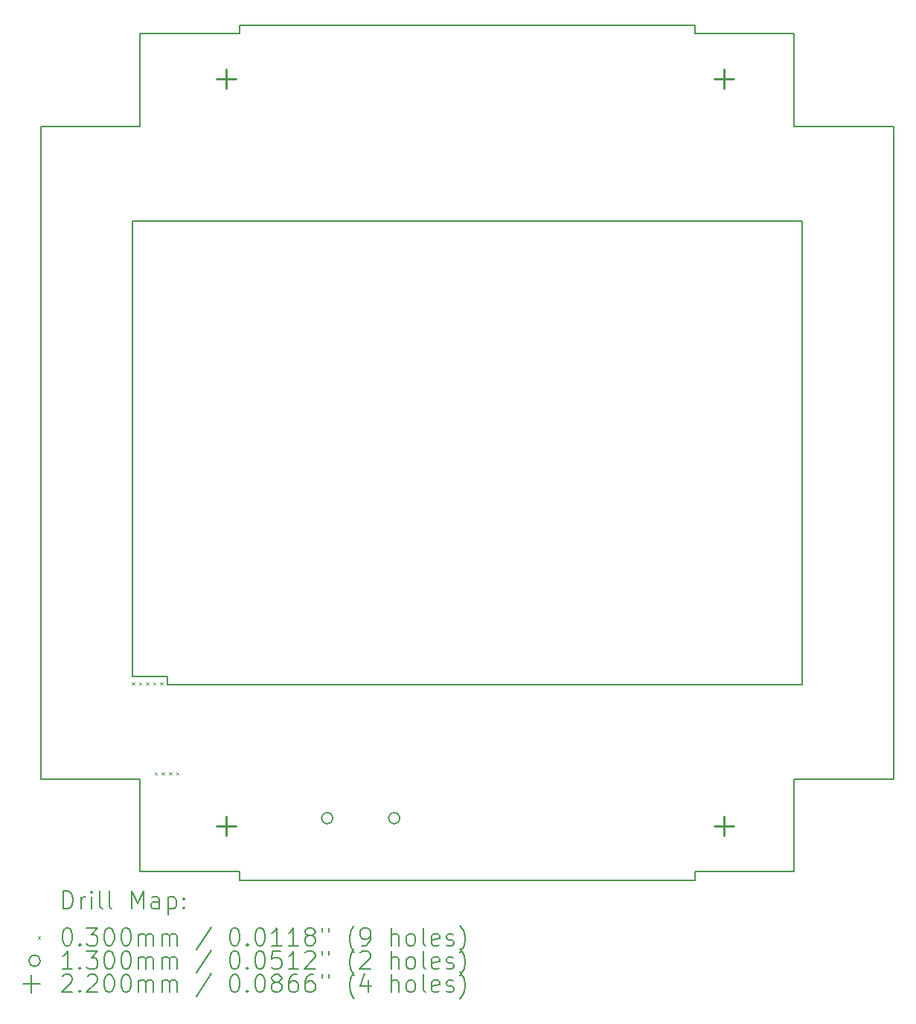
<source format=gbr>
%TF.GenerationSoftware,KiCad,Pcbnew,9.0.0*%
%TF.CreationDate,2025-03-21T19:29:52-07:00*%
%TF.ProjectId,Coil_Panel_Z,436f696c-5f50-4616-9e65-6c5f5a2e6b69,1.1*%
%TF.SameCoordinates,Original*%
%TF.FileFunction,Drillmap*%
%TF.FilePolarity,Positive*%
%FSLAX45Y45*%
G04 Gerber Fmt 4.5, Leading zero omitted, Abs format (unit mm)*
G04 Created by KiCad (PCBNEW 9.0.0) date 2025-03-21 19:29:52*
%MOMM*%
%LPD*%
G01*
G04 APERTURE LIST*
%ADD10C,0.200000*%
%ADD11C,0.100000*%
%ADD12C,0.130000*%
%ADD13C,0.220000*%
G04 APERTURE END LIST*
D10*
X8140714Y-6896206D02*
X7013314Y-6896206D01*
X14455314Y-5844646D02*
X14455314Y-5744646D01*
X15272324Y-13246794D02*
X8451253Y-13246794D01*
X15272324Y-13246794D02*
X15672324Y-13246794D01*
X9268114Y-5844646D02*
X8140714Y-5844646D01*
X8051860Y-8375770D02*
X8051860Y-7975770D01*
X8140714Y-5844646D02*
X8140714Y-6896206D01*
X14455114Y-15477526D02*
X14455114Y-15377526D01*
X8451861Y-7975770D02*
X15272324Y-7975770D01*
X15582714Y-6896206D02*
X15582714Y-5844646D01*
X14455314Y-5744646D02*
X9268114Y-5744646D01*
X8451253Y-13246794D02*
X8451253Y-13159900D01*
X9267914Y-15477526D02*
X14455114Y-15477526D01*
X9267914Y-15377526D02*
X9267914Y-15477526D01*
X14455114Y-15377526D02*
X15582514Y-15377526D01*
X8451253Y-13159900D02*
X8051253Y-13159900D01*
X8140514Y-14325966D02*
X8140514Y-15377526D01*
X15272324Y-7975770D02*
X15672324Y-7975770D01*
X7013314Y-6896206D02*
X7013114Y-14325966D01*
X9268114Y-5744646D02*
X9268114Y-5844646D01*
X15582514Y-15377526D02*
X15582514Y-14325966D01*
X15582714Y-5844646D02*
X14455314Y-5844646D01*
X8051253Y-12846794D02*
X8051860Y-8375770D01*
X16710114Y-6896206D02*
X15582714Y-6896206D01*
X8051253Y-13159900D02*
X8051253Y-12846794D01*
X15672324Y-7975770D02*
X15672324Y-13246794D01*
X16709914Y-14325966D02*
X16710114Y-6896206D01*
X8451861Y-7975770D02*
X8051860Y-7975770D01*
X7013114Y-14325966D02*
X8140514Y-14325966D01*
X15582514Y-14325966D02*
X16709914Y-14325966D01*
X8140514Y-15377526D02*
X9267914Y-15377526D01*
D11*
X8043400Y-13221400D02*
X8073400Y-13251400D01*
X8073400Y-13221400D02*
X8043400Y-13251400D01*
X8124400Y-13221400D02*
X8154400Y-13251400D01*
X8154400Y-13221400D02*
X8124400Y-13251400D01*
X8205400Y-13221400D02*
X8235400Y-13251400D01*
X8235400Y-13221400D02*
X8205400Y-13251400D01*
X8286400Y-13221400D02*
X8316400Y-13251400D01*
X8316400Y-13221400D02*
X8286400Y-13251400D01*
X8302400Y-14247400D02*
X8332400Y-14277400D01*
X8332400Y-14247400D02*
X8302400Y-14277400D01*
X8367400Y-13221400D02*
X8397400Y-13251400D01*
X8397400Y-13221400D02*
X8367400Y-13251400D01*
X8383400Y-14247400D02*
X8413400Y-14277400D01*
X8413400Y-14247400D02*
X8383400Y-14277400D01*
X8469400Y-14247400D02*
X8499400Y-14277400D01*
X8499400Y-14247400D02*
X8469400Y-14277400D01*
X8550400Y-14247400D02*
X8580400Y-14277400D01*
X8580400Y-14247400D02*
X8550400Y-14277400D01*
D12*
X10333400Y-14768400D02*
G75*
G02*
X10203400Y-14768400I-65000J0D01*
G01*
X10203400Y-14768400D02*
G75*
G02*
X10333400Y-14768400I65000J0D01*
G01*
X11095400Y-14768400D02*
G75*
G02*
X10965400Y-14768400I-65000J0D01*
G01*
X10965400Y-14768400D02*
G75*
G02*
X11095400Y-14768400I65000J0D01*
G01*
D13*
X9115114Y-6250329D02*
X9115114Y-6470329D01*
X9005114Y-6360329D02*
X9225114Y-6360329D01*
X9115114Y-14750329D02*
X9115114Y-14970329D01*
X9005114Y-14860329D02*
X9225114Y-14860329D01*
X14782514Y-6250329D02*
X14782514Y-6470329D01*
X14672514Y-6360329D02*
X14892514Y-6360329D01*
X14782514Y-14750329D02*
X14782514Y-14970329D01*
X14672514Y-14860329D02*
X14892514Y-14860329D01*
D10*
X7263891Y-15799010D02*
X7263891Y-15599010D01*
X7263891Y-15599010D02*
X7311510Y-15599010D01*
X7311510Y-15599010D02*
X7340081Y-15608533D01*
X7340081Y-15608533D02*
X7359129Y-15627581D01*
X7359129Y-15627581D02*
X7368653Y-15646629D01*
X7368653Y-15646629D02*
X7378177Y-15684724D01*
X7378177Y-15684724D02*
X7378177Y-15713295D01*
X7378177Y-15713295D02*
X7368653Y-15751390D01*
X7368653Y-15751390D02*
X7359129Y-15770438D01*
X7359129Y-15770438D02*
X7340081Y-15789486D01*
X7340081Y-15789486D02*
X7311510Y-15799010D01*
X7311510Y-15799010D02*
X7263891Y-15799010D01*
X7463891Y-15799010D02*
X7463891Y-15665676D01*
X7463891Y-15703771D02*
X7473415Y-15684724D01*
X7473415Y-15684724D02*
X7482939Y-15675200D01*
X7482939Y-15675200D02*
X7501986Y-15665676D01*
X7501986Y-15665676D02*
X7521034Y-15665676D01*
X7587700Y-15799010D02*
X7587700Y-15665676D01*
X7587700Y-15599010D02*
X7578177Y-15608533D01*
X7578177Y-15608533D02*
X7587700Y-15618057D01*
X7587700Y-15618057D02*
X7597224Y-15608533D01*
X7597224Y-15608533D02*
X7587700Y-15599010D01*
X7587700Y-15599010D02*
X7587700Y-15618057D01*
X7711510Y-15799010D02*
X7692462Y-15789486D01*
X7692462Y-15789486D02*
X7682939Y-15770438D01*
X7682939Y-15770438D02*
X7682939Y-15599010D01*
X7816272Y-15799010D02*
X7797224Y-15789486D01*
X7797224Y-15789486D02*
X7787700Y-15770438D01*
X7787700Y-15770438D02*
X7787700Y-15599010D01*
X8044843Y-15799010D02*
X8044843Y-15599010D01*
X8044843Y-15599010D02*
X8111510Y-15741867D01*
X8111510Y-15741867D02*
X8178177Y-15599010D01*
X8178177Y-15599010D02*
X8178177Y-15799010D01*
X8359129Y-15799010D02*
X8359129Y-15694248D01*
X8359129Y-15694248D02*
X8349605Y-15675200D01*
X8349605Y-15675200D02*
X8330558Y-15665676D01*
X8330558Y-15665676D02*
X8292462Y-15665676D01*
X8292462Y-15665676D02*
X8273415Y-15675200D01*
X8359129Y-15789486D02*
X8340081Y-15799010D01*
X8340081Y-15799010D02*
X8292462Y-15799010D01*
X8292462Y-15799010D02*
X8273415Y-15789486D01*
X8273415Y-15789486D02*
X8263891Y-15770438D01*
X8263891Y-15770438D02*
X8263891Y-15751390D01*
X8263891Y-15751390D02*
X8273415Y-15732343D01*
X8273415Y-15732343D02*
X8292462Y-15722819D01*
X8292462Y-15722819D02*
X8340081Y-15722819D01*
X8340081Y-15722819D02*
X8359129Y-15713295D01*
X8454367Y-15665676D02*
X8454367Y-15865676D01*
X8454367Y-15675200D02*
X8473415Y-15665676D01*
X8473415Y-15665676D02*
X8511510Y-15665676D01*
X8511510Y-15665676D02*
X8530558Y-15675200D01*
X8530558Y-15675200D02*
X8540082Y-15684724D01*
X8540082Y-15684724D02*
X8549605Y-15703771D01*
X8549605Y-15703771D02*
X8549605Y-15760914D01*
X8549605Y-15760914D02*
X8540082Y-15779962D01*
X8540082Y-15779962D02*
X8530558Y-15789486D01*
X8530558Y-15789486D02*
X8511510Y-15799010D01*
X8511510Y-15799010D02*
X8473415Y-15799010D01*
X8473415Y-15799010D02*
X8454367Y-15789486D01*
X8635320Y-15779962D02*
X8644843Y-15789486D01*
X8644843Y-15789486D02*
X8635320Y-15799010D01*
X8635320Y-15799010D02*
X8625796Y-15789486D01*
X8625796Y-15789486D02*
X8635320Y-15779962D01*
X8635320Y-15779962D02*
X8635320Y-15799010D01*
X8635320Y-15675200D02*
X8644843Y-15684724D01*
X8644843Y-15684724D02*
X8635320Y-15694248D01*
X8635320Y-15694248D02*
X8625796Y-15684724D01*
X8625796Y-15684724D02*
X8635320Y-15675200D01*
X8635320Y-15675200D02*
X8635320Y-15694248D01*
D11*
X6973114Y-16112526D02*
X7003114Y-16142526D01*
X7003114Y-16112526D02*
X6973114Y-16142526D01*
D10*
X7301986Y-16019010D02*
X7321034Y-16019010D01*
X7321034Y-16019010D02*
X7340081Y-16028533D01*
X7340081Y-16028533D02*
X7349605Y-16038057D01*
X7349605Y-16038057D02*
X7359129Y-16057105D01*
X7359129Y-16057105D02*
X7368653Y-16095200D01*
X7368653Y-16095200D02*
X7368653Y-16142819D01*
X7368653Y-16142819D02*
X7359129Y-16180914D01*
X7359129Y-16180914D02*
X7349605Y-16199962D01*
X7349605Y-16199962D02*
X7340081Y-16209486D01*
X7340081Y-16209486D02*
X7321034Y-16219010D01*
X7321034Y-16219010D02*
X7301986Y-16219010D01*
X7301986Y-16219010D02*
X7282939Y-16209486D01*
X7282939Y-16209486D02*
X7273415Y-16199962D01*
X7273415Y-16199962D02*
X7263891Y-16180914D01*
X7263891Y-16180914D02*
X7254367Y-16142819D01*
X7254367Y-16142819D02*
X7254367Y-16095200D01*
X7254367Y-16095200D02*
X7263891Y-16057105D01*
X7263891Y-16057105D02*
X7273415Y-16038057D01*
X7273415Y-16038057D02*
X7282939Y-16028533D01*
X7282939Y-16028533D02*
X7301986Y-16019010D01*
X7454367Y-16199962D02*
X7463891Y-16209486D01*
X7463891Y-16209486D02*
X7454367Y-16219010D01*
X7454367Y-16219010D02*
X7444843Y-16209486D01*
X7444843Y-16209486D02*
X7454367Y-16199962D01*
X7454367Y-16199962D02*
X7454367Y-16219010D01*
X7530558Y-16019010D02*
X7654367Y-16019010D01*
X7654367Y-16019010D02*
X7587700Y-16095200D01*
X7587700Y-16095200D02*
X7616272Y-16095200D01*
X7616272Y-16095200D02*
X7635320Y-16104724D01*
X7635320Y-16104724D02*
X7644843Y-16114248D01*
X7644843Y-16114248D02*
X7654367Y-16133295D01*
X7654367Y-16133295D02*
X7654367Y-16180914D01*
X7654367Y-16180914D02*
X7644843Y-16199962D01*
X7644843Y-16199962D02*
X7635320Y-16209486D01*
X7635320Y-16209486D02*
X7616272Y-16219010D01*
X7616272Y-16219010D02*
X7559129Y-16219010D01*
X7559129Y-16219010D02*
X7540081Y-16209486D01*
X7540081Y-16209486D02*
X7530558Y-16199962D01*
X7778177Y-16019010D02*
X7797224Y-16019010D01*
X7797224Y-16019010D02*
X7816272Y-16028533D01*
X7816272Y-16028533D02*
X7825796Y-16038057D01*
X7825796Y-16038057D02*
X7835320Y-16057105D01*
X7835320Y-16057105D02*
X7844843Y-16095200D01*
X7844843Y-16095200D02*
X7844843Y-16142819D01*
X7844843Y-16142819D02*
X7835320Y-16180914D01*
X7835320Y-16180914D02*
X7825796Y-16199962D01*
X7825796Y-16199962D02*
X7816272Y-16209486D01*
X7816272Y-16209486D02*
X7797224Y-16219010D01*
X7797224Y-16219010D02*
X7778177Y-16219010D01*
X7778177Y-16219010D02*
X7759129Y-16209486D01*
X7759129Y-16209486D02*
X7749605Y-16199962D01*
X7749605Y-16199962D02*
X7740081Y-16180914D01*
X7740081Y-16180914D02*
X7730558Y-16142819D01*
X7730558Y-16142819D02*
X7730558Y-16095200D01*
X7730558Y-16095200D02*
X7740081Y-16057105D01*
X7740081Y-16057105D02*
X7749605Y-16038057D01*
X7749605Y-16038057D02*
X7759129Y-16028533D01*
X7759129Y-16028533D02*
X7778177Y-16019010D01*
X7968653Y-16019010D02*
X7987701Y-16019010D01*
X7987701Y-16019010D02*
X8006748Y-16028533D01*
X8006748Y-16028533D02*
X8016272Y-16038057D01*
X8016272Y-16038057D02*
X8025796Y-16057105D01*
X8025796Y-16057105D02*
X8035320Y-16095200D01*
X8035320Y-16095200D02*
X8035320Y-16142819D01*
X8035320Y-16142819D02*
X8025796Y-16180914D01*
X8025796Y-16180914D02*
X8016272Y-16199962D01*
X8016272Y-16199962D02*
X8006748Y-16209486D01*
X8006748Y-16209486D02*
X7987701Y-16219010D01*
X7987701Y-16219010D02*
X7968653Y-16219010D01*
X7968653Y-16219010D02*
X7949605Y-16209486D01*
X7949605Y-16209486D02*
X7940081Y-16199962D01*
X7940081Y-16199962D02*
X7930558Y-16180914D01*
X7930558Y-16180914D02*
X7921034Y-16142819D01*
X7921034Y-16142819D02*
X7921034Y-16095200D01*
X7921034Y-16095200D02*
X7930558Y-16057105D01*
X7930558Y-16057105D02*
X7940081Y-16038057D01*
X7940081Y-16038057D02*
X7949605Y-16028533D01*
X7949605Y-16028533D02*
X7968653Y-16019010D01*
X8121034Y-16219010D02*
X8121034Y-16085676D01*
X8121034Y-16104724D02*
X8130558Y-16095200D01*
X8130558Y-16095200D02*
X8149605Y-16085676D01*
X8149605Y-16085676D02*
X8178177Y-16085676D01*
X8178177Y-16085676D02*
X8197224Y-16095200D01*
X8197224Y-16095200D02*
X8206748Y-16114248D01*
X8206748Y-16114248D02*
X8206748Y-16219010D01*
X8206748Y-16114248D02*
X8216272Y-16095200D01*
X8216272Y-16095200D02*
X8235320Y-16085676D01*
X8235320Y-16085676D02*
X8263891Y-16085676D01*
X8263891Y-16085676D02*
X8282939Y-16095200D01*
X8282939Y-16095200D02*
X8292462Y-16114248D01*
X8292462Y-16114248D02*
X8292462Y-16219010D01*
X8387701Y-16219010D02*
X8387701Y-16085676D01*
X8387701Y-16104724D02*
X8397224Y-16095200D01*
X8397224Y-16095200D02*
X8416272Y-16085676D01*
X8416272Y-16085676D02*
X8444844Y-16085676D01*
X8444844Y-16085676D02*
X8463891Y-16095200D01*
X8463891Y-16095200D02*
X8473415Y-16114248D01*
X8473415Y-16114248D02*
X8473415Y-16219010D01*
X8473415Y-16114248D02*
X8482939Y-16095200D01*
X8482939Y-16095200D02*
X8501986Y-16085676D01*
X8501986Y-16085676D02*
X8530558Y-16085676D01*
X8530558Y-16085676D02*
X8549605Y-16095200D01*
X8549605Y-16095200D02*
X8559129Y-16114248D01*
X8559129Y-16114248D02*
X8559129Y-16219010D01*
X8949605Y-16009486D02*
X8778177Y-16266629D01*
X9206748Y-16019010D02*
X9225796Y-16019010D01*
X9225796Y-16019010D02*
X9244844Y-16028533D01*
X9244844Y-16028533D02*
X9254367Y-16038057D01*
X9254367Y-16038057D02*
X9263891Y-16057105D01*
X9263891Y-16057105D02*
X9273415Y-16095200D01*
X9273415Y-16095200D02*
X9273415Y-16142819D01*
X9273415Y-16142819D02*
X9263891Y-16180914D01*
X9263891Y-16180914D02*
X9254367Y-16199962D01*
X9254367Y-16199962D02*
X9244844Y-16209486D01*
X9244844Y-16209486D02*
X9225796Y-16219010D01*
X9225796Y-16219010D02*
X9206748Y-16219010D01*
X9206748Y-16219010D02*
X9187701Y-16209486D01*
X9187701Y-16209486D02*
X9178177Y-16199962D01*
X9178177Y-16199962D02*
X9168653Y-16180914D01*
X9168653Y-16180914D02*
X9159129Y-16142819D01*
X9159129Y-16142819D02*
X9159129Y-16095200D01*
X9159129Y-16095200D02*
X9168653Y-16057105D01*
X9168653Y-16057105D02*
X9178177Y-16038057D01*
X9178177Y-16038057D02*
X9187701Y-16028533D01*
X9187701Y-16028533D02*
X9206748Y-16019010D01*
X9359129Y-16199962D02*
X9368653Y-16209486D01*
X9368653Y-16209486D02*
X9359129Y-16219010D01*
X9359129Y-16219010D02*
X9349606Y-16209486D01*
X9349606Y-16209486D02*
X9359129Y-16199962D01*
X9359129Y-16199962D02*
X9359129Y-16219010D01*
X9492463Y-16019010D02*
X9511510Y-16019010D01*
X9511510Y-16019010D02*
X9530558Y-16028533D01*
X9530558Y-16028533D02*
X9540082Y-16038057D01*
X9540082Y-16038057D02*
X9549606Y-16057105D01*
X9549606Y-16057105D02*
X9559129Y-16095200D01*
X9559129Y-16095200D02*
X9559129Y-16142819D01*
X9559129Y-16142819D02*
X9549606Y-16180914D01*
X9549606Y-16180914D02*
X9540082Y-16199962D01*
X9540082Y-16199962D02*
X9530558Y-16209486D01*
X9530558Y-16209486D02*
X9511510Y-16219010D01*
X9511510Y-16219010D02*
X9492463Y-16219010D01*
X9492463Y-16219010D02*
X9473415Y-16209486D01*
X9473415Y-16209486D02*
X9463891Y-16199962D01*
X9463891Y-16199962D02*
X9454367Y-16180914D01*
X9454367Y-16180914D02*
X9444844Y-16142819D01*
X9444844Y-16142819D02*
X9444844Y-16095200D01*
X9444844Y-16095200D02*
X9454367Y-16057105D01*
X9454367Y-16057105D02*
X9463891Y-16038057D01*
X9463891Y-16038057D02*
X9473415Y-16028533D01*
X9473415Y-16028533D02*
X9492463Y-16019010D01*
X9749606Y-16219010D02*
X9635320Y-16219010D01*
X9692463Y-16219010D02*
X9692463Y-16019010D01*
X9692463Y-16019010D02*
X9673415Y-16047581D01*
X9673415Y-16047581D02*
X9654367Y-16066629D01*
X9654367Y-16066629D02*
X9635320Y-16076152D01*
X9940082Y-16219010D02*
X9825796Y-16219010D01*
X9882939Y-16219010D02*
X9882939Y-16019010D01*
X9882939Y-16019010D02*
X9863891Y-16047581D01*
X9863891Y-16047581D02*
X9844844Y-16066629D01*
X9844844Y-16066629D02*
X9825796Y-16076152D01*
X10054367Y-16104724D02*
X10035320Y-16095200D01*
X10035320Y-16095200D02*
X10025796Y-16085676D01*
X10025796Y-16085676D02*
X10016272Y-16066629D01*
X10016272Y-16066629D02*
X10016272Y-16057105D01*
X10016272Y-16057105D02*
X10025796Y-16038057D01*
X10025796Y-16038057D02*
X10035320Y-16028533D01*
X10035320Y-16028533D02*
X10054367Y-16019010D01*
X10054367Y-16019010D02*
X10092463Y-16019010D01*
X10092463Y-16019010D02*
X10111510Y-16028533D01*
X10111510Y-16028533D02*
X10121034Y-16038057D01*
X10121034Y-16038057D02*
X10130558Y-16057105D01*
X10130558Y-16057105D02*
X10130558Y-16066629D01*
X10130558Y-16066629D02*
X10121034Y-16085676D01*
X10121034Y-16085676D02*
X10111510Y-16095200D01*
X10111510Y-16095200D02*
X10092463Y-16104724D01*
X10092463Y-16104724D02*
X10054367Y-16104724D01*
X10054367Y-16104724D02*
X10035320Y-16114248D01*
X10035320Y-16114248D02*
X10025796Y-16123771D01*
X10025796Y-16123771D02*
X10016272Y-16142819D01*
X10016272Y-16142819D02*
X10016272Y-16180914D01*
X10016272Y-16180914D02*
X10025796Y-16199962D01*
X10025796Y-16199962D02*
X10035320Y-16209486D01*
X10035320Y-16209486D02*
X10054367Y-16219010D01*
X10054367Y-16219010D02*
X10092463Y-16219010D01*
X10092463Y-16219010D02*
X10111510Y-16209486D01*
X10111510Y-16209486D02*
X10121034Y-16199962D01*
X10121034Y-16199962D02*
X10130558Y-16180914D01*
X10130558Y-16180914D02*
X10130558Y-16142819D01*
X10130558Y-16142819D02*
X10121034Y-16123771D01*
X10121034Y-16123771D02*
X10111510Y-16114248D01*
X10111510Y-16114248D02*
X10092463Y-16104724D01*
X10206748Y-16019010D02*
X10206748Y-16057105D01*
X10282939Y-16019010D02*
X10282939Y-16057105D01*
X10578177Y-16295200D02*
X10568653Y-16285676D01*
X10568653Y-16285676D02*
X10549606Y-16257105D01*
X10549606Y-16257105D02*
X10540082Y-16238057D01*
X10540082Y-16238057D02*
X10530558Y-16209486D01*
X10530558Y-16209486D02*
X10521034Y-16161867D01*
X10521034Y-16161867D02*
X10521034Y-16123771D01*
X10521034Y-16123771D02*
X10530558Y-16076152D01*
X10530558Y-16076152D02*
X10540082Y-16047581D01*
X10540082Y-16047581D02*
X10549606Y-16028533D01*
X10549606Y-16028533D02*
X10568653Y-15999962D01*
X10568653Y-15999962D02*
X10578177Y-15990438D01*
X10663891Y-16219010D02*
X10701987Y-16219010D01*
X10701987Y-16219010D02*
X10721034Y-16209486D01*
X10721034Y-16209486D02*
X10730558Y-16199962D01*
X10730558Y-16199962D02*
X10749606Y-16171390D01*
X10749606Y-16171390D02*
X10759129Y-16133295D01*
X10759129Y-16133295D02*
X10759129Y-16057105D01*
X10759129Y-16057105D02*
X10749606Y-16038057D01*
X10749606Y-16038057D02*
X10740082Y-16028533D01*
X10740082Y-16028533D02*
X10721034Y-16019010D01*
X10721034Y-16019010D02*
X10682939Y-16019010D01*
X10682939Y-16019010D02*
X10663891Y-16028533D01*
X10663891Y-16028533D02*
X10654368Y-16038057D01*
X10654368Y-16038057D02*
X10644844Y-16057105D01*
X10644844Y-16057105D02*
X10644844Y-16104724D01*
X10644844Y-16104724D02*
X10654368Y-16123771D01*
X10654368Y-16123771D02*
X10663891Y-16133295D01*
X10663891Y-16133295D02*
X10682939Y-16142819D01*
X10682939Y-16142819D02*
X10721034Y-16142819D01*
X10721034Y-16142819D02*
X10740082Y-16133295D01*
X10740082Y-16133295D02*
X10749606Y-16123771D01*
X10749606Y-16123771D02*
X10759129Y-16104724D01*
X10997225Y-16219010D02*
X10997225Y-16019010D01*
X11082939Y-16219010D02*
X11082939Y-16114248D01*
X11082939Y-16114248D02*
X11073415Y-16095200D01*
X11073415Y-16095200D02*
X11054368Y-16085676D01*
X11054368Y-16085676D02*
X11025796Y-16085676D01*
X11025796Y-16085676D02*
X11006749Y-16095200D01*
X11006749Y-16095200D02*
X10997225Y-16104724D01*
X11206748Y-16219010D02*
X11187701Y-16209486D01*
X11187701Y-16209486D02*
X11178177Y-16199962D01*
X11178177Y-16199962D02*
X11168653Y-16180914D01*
X11168653Y-16180914D02*
X11168653Y-16123771D01*
X11168653Y-16123771D02*
X11178177Y-16104724D01*
X11178177Y-16104724D02*
X11187701Y-16095200D01*
X11187701Y-16095200D02*
X11206748Y-16085676D01*
X11206748Y-16085676D02*
X11235320Y-16085676D01*
X11235320Y-16085676D02*
X11254368Y-16095200D01*
X11254368Y-16095200D02*
X11263891Y-16104724D01*
X11263891Y-16104724D02*
X11273415Y-16123771D01*
X11273415Y-16123771D02*
X11273415Y-16180914D01*
X11273415Y-16180914D02*
X11263891Y-16199962D01*
X11263891Y-16199962D02*
X11254368Y-16209486D01*
X11254368Y-16209486D02*
X11235320Y-16219010D01*
X11235320Y-16219010D02*
X11206748Y-16219010D01*
X11387701Y-16219010D02*
X11368653Y-16209486D01*
X11368653Y-16209486D02*
X11359129Y-16190438D01*
X11359129Y-16190438D02*
X11359129Y-16019010D01*
X11540082Y-16209486D02*
X11521034Y-16219010D01*
X11521034Y-16219010D02*
X11482939Y-16219010D01*
X11482939Y-16219010D02*
X11463891Y-16209486D01*
X11463891Y-16209486D02*
X11454368Y-16190438D01*
X11454368Y-16190438D02*
X11454368Y-16114248D01*
X11454368Y-16114248D02*
X11463891Y-16095200D01*
X11463891Y-16095200D02*
X11482939Y-16085676D01*
X11482939Y-16085676D02*
X11521034Y-16085676D01*
X11521034Y-16085676D02*
X11540082Y-16095200D01*
X11540082Y-16095200D02*
X11549606Y-16114248D01*
X11549606Y-16114248D02*
X11549606Y-16133295D01*
X11549606Y-16133295D02*
X11454368Y-16152343D01*
X11625796Y-16209486D02*
X11644844Y-16219010D01*
X11644844Y-16219010D02*
X11682939Y-16219010D01*
X11682939Y-16219010D02*
X11701987Y-16209486D01*
X11701987Y-16209486D02*
X11711510Y-16190438D01*
X11711510Y-16190438D02*
X11711510Y-16180914D01*
X11711510Y-16180914D02*
X11701987Y-16161867D01*
X11701987Y-16161867D02*
X11682939Y-16152343D01*
X11682939Y-16152343D02*
X11654368Y-16152343D01*
X11654368Y-16152343D02*
X11635320Y-16142819D01*
X11635320Y-16142819D02*
X11625796Y-16123771D01*
X11625796Y-16123771D02*
X11625796Y-16114248D01*
X11625796Y-16114248D02*
X11635320Y-16095200D01*
X11635320Y-16095200D02*
X11654368Y-16085676D01*
X11654368Y-16085676D02*
X11682939Y-16085676D01*
X11682939Y-16085676D02*
X11701987Y-16095200D01*
X11778177Y-16295200D02*
X11787701Y-16285676D01*
X11787701Y-16285676D02*
X11806749Y-16257105D01*
X11806749Y-16257105D02*
X11816272Y-16238057D01*
X11816272Y-16238057D02*
X11825796Y-16209486D01*
X11825796Y-16209486D02*
X11835320Y-16161867D01*
X11835320Y-16161867D02*
X11835320Y-16123771D01*
X11835320Y-16123771D02*
X11825796Y-16076152D01*
X11825796Y-16076152D02*
X11816272Y-16047581D01*
X11816272Y-16047581D02*
X11806749Y-16028533D01*
X11806749Y-16028533D02*
X11787701Y-15999962D01*
X11787701Y-15999962D02*
X11778177Y-15990438D01*
D12*
X7003114Y-16391526D02*
G75*
G02*
X6873114Y-16391526I-65000J0D01*
G01*
X6873114Y-16391526D02*
G75*
G02*
X7003114Y-16391526I65000J0D01*
G01*
D10*
X7368653Y-16483010D02*
X7254367Y-16483010D01*
X7311510Y-16483010D02*
X7311510Y-16283010D01*
X7311510Y-16283010D02*
X7292462Y-16311581D01*
X7292462Y-16311581D02*
X7273415Y-16330629D01*
X7273415Y-16330629D02*
X7254367Y-16340152D01*
X7454367Y-16463962D02*
X7463891Y-16473486D01*
X7463891Y-16473486D02*
X7454367Y-16483010D01*
X7454367Y-16483010D02*
X7444843Y-16473486D01*
X7444843Y-16473486D02*
X7454367Y-16463962D01*
X7454367Y-16463962D02*
X7454367Y-16483010D01*
X7530558Y-16283010D02*
X7654367Y-16283010D01*
X7654367Y-16283010D02*
X7587700Y-16359200D01*
X7587700Y-16359200D02*
X7616272Y-16359200D01*
X7616272Y-16359200D02*
X7635320Y-16368724D01*
X7635320Y-16368724D02*
X7644843Y-16378248D01*
X7644843Y-16378248D02*
X7654367Y-16397295D01*
X7654367Y-16397295D02*
X7654367Y-16444914D01*
X7654367Y-16444914D02*
X7644843Y-16463962D01*
X7644843Y-16463962D02*
X7635320Y-16473486D01*
X7635320Y-16473486D02*
X7616272Y-16483010D01*
X7616272Y-16483010D02*
X7559129Y-16483010D01*
X7559129Y-16483010D02*
X7540081Y-16473486D01*
X7540081Y-16473486D02*
X7530558Y-16463962D01*
X7778177Y-16283010D02*
X7797224Y-16283010D01*
X7797224Y-16283010D02*
X7816272Y-16292533D01*
X7816272Y-16292533D02*
X7825796Y-16302057D01*
X7825796Y-16302057D02*
X7835320Y-16321105D01*
X7835320Y-16321105D02*
X7844843Y-16359200D01*
X7844843Y-16359200D02*
X7844843Y-16406819D01*
X7844843Y-16406819D02*
X7835320Y-16444914D01*
X7835320Y-16444914D02*
X7825796Y-16463962D01*
X7825796Y-16463962D02*
X7816272Y-16473486D01*
X7816272Y-16473486D02*
X7797224Y-16483010D01*
X7797224Y-16483010D02*
X7778177Y-16483010D01*
X7778177Y-16483010D02*
X7759129Y-16473486D01*
X7759129Y-16473486D02*
X7749605Y-16463962D01*
X7749605Y-16463962D02*
X7740081Y-16444914D01*
X7740081Y-16444914D02*
X7730558Y-16406819D01*
X7730558Y-16406819D02*
X7730558Y-16359200D01*
X7730558Y-16359200D02*
X7740081Y-16321105D01*
X7740081Y-16321105D02*
X7749605Y-16302057D01*
X7749605Y-16302057D02*
X7759129Y-16292533D01*
X7759129Y-16292533D02*
X7778177Y-16283010D01*
X7968653Y-16283010D02*
X7987701Y-16283010D01*
X7987701Y-16283010D02*
X8006748Y-16292533D01*
X8006748Y-16292533D02*
X8016272Y-16302057D01*
X8016272Y-16302057D02*
X8025796Y-16321105D01*
X8025796Y-16321105D02*
X8035320Y-16359200D01*
X8035320Y-16359200D02*
X8035320Y-16406819D01*
X8035320Y-16406819D02*
X8025796Y-16444914D01*
X8025796Y-16444914D02*
X8016272Y-16463962D01*
X8016272Y-16463962D02*
X8006748Y-16473486D01*
X8006748Y-16473486D02*
X7987701Y-16483010D01*
X7987701Y-16483010D02*
X7968653Y-16483010D01*
X7968653Y-16483010D02*
X7949605Y-16473486D01*
X7949605Y-16473486D02*
X7940081Y-16463962D01*
X7940081Y-16463962D02*
X7930558Y-16444914D01*
X7930558Y-16444914D02*
X7921034Y-16406819D01*
X7921034Y-16406819D02*
X7921034Y-16359200D01*
X7921034Y-16359200D02*
X7930558Y-16321105D01*
X7930558Y-16321105D02*
X7940081Y-16302057D01*
X7940081Y-16302057D02*
X7949605Y-16292533D01*
X7949605Y-16292533D02*
X7968653Y-16283010D01*
X8121034Y-16483010D02*
X8121034Y-16349676D01*
X8121034Y-16368724D02*
X8130558Y-16359200D01*
X8130558Y-16359200D02*
X8149605Y-16349676D01*
X8149605Y-16349676D02*
X8178177Y-16349676D01*
X8178177Y-16349676D02*
X8197224Y-16359200D01*
X8197224Y-16359200D02*
X8206748Y-16378248D01*
X8206748Y-16378248D02*
X8206748Y-16483010D01*
X8206748Y-16378248D02*
X8216272Y-16359200D01*
X8216272Y-16359200D02*
X8235320Y-16349676D01*
X8235320Y-16349676D02*
X8263891Y-16349676D01*
X8263891Y-16349676D02*
X8282939Y-16359200D01*
X8282939Y-16359200D02*
X8292462Y-16378248D01*
X8292462Y-16378248D02*
X8292462Y-16483010D01*
X8387701Y-16483010D02*
X8387701Y-16349676D01*
X8387701Y-16368724D02*
X8397224Y-16359200D01*
X8397224Y-16359200D02*
X8416272Y-16349676D01*
X8416272Y-16349676D02*
X8444844Y-16349676D01*
X8444844Y-16349676D02*
X8463891Y-16359200D01*
X8463891Y-16359200D02*
X8473415Y-16378248D01*
X8473415Y-16378248D02*
X8473415Y-16483010D01*
X8473415Y-16378248D02*
X8482939Y-16359200D01*
X8482939Y-16359200D02*
X8501986Y-16349676D01*
X8501986Y-16349676D02*
X8530558Y-16349676D01*
X8530558Y-16349676D02*
X8549605Y-16359200D01*
X8549605Y-16359200D02*
X8559129Y-16378248D01*
X8559129Y-16378248D02*
X8559129Y-16483010D01*
X8949605Y-16273486D02*
X8778177Y-16530629D01*
X9206748Y-16283010D02*
X9225796Y-16283010D01*
X9225796Y-16283010D02*
X9244844Y-16292533D01*
X9244844Y-16292533D02*
X9254367Y-16302057D01*
X9254367Y-16302057D02*
X9263891Y-16321105D01*
X9263891Y-16321105D02*
X9273415Y-16359200D01*
X9273415Y-16359200D02*
X9273415Y-16406819D01*
X9273415Y-16406819D02*
X9263891Y-16444914D01*
X9263891Y-16444914D02*
X9254367Y-16463962D01*
X9254367Y-16463962D02*
X9244844Y-16473486D01*
X9244844Y-16473486D02*
X9225796Y-16483010D01*
X9225796Y-16483010D02*
X9206748Y-16483010D01*
X9206748Y-16483010D02*
X9187701Y-16473486D01*
X9187701Y-16473486D02*
X9178177Y-16463962D01*
X9178177Y-16463962D02*
X9168653Y-16444914D01*
X9168653Y-16444914D02*
X9159129Y-16406819D01*
X9159129Y-16406819D02*
X9159129Y-16359200D01*
X9159129Y-16359200D02*
X9168653Y-16321105D01*
X9168653Y-16321105D02*
X9178177Y-16302057D01*
X9178177Y-16302057D02*
X9187701Y-16292533D01*
X9187701Y-16292533D02*
X9206748Y-16283010D01*
X9359129Y-16463962D02*
X9368653Y-16473486D01*
X9368653Y-16473486D02*
X9359129Y-16483010D01*
X9359129Y-16483010D02*
X9349606Y-16473486D01*
X9349606Y-16473486D02*
X9359129Y-16463962D01*
X9359129Y-16463962D02*
X9359129Y-16483010D01*
X9492463Y-16283010D02*
X9511510Y-16283010D01*
X9511510Y-16283010D02*
X9530558Y-16292533D01*
X9530558Y-16292533D02*
X9540082Y-16302057D01*
X9540082Y-16302057D02*
X9549606Y-16321105D01*
X9549606Y-16321105D02*
X9559129Y-16359200D01*
X9559129Y-16359200D02*
X9559129Y-16406819D01*
X9559129Y-16406819D02*
X9549606Y-16444914D01*
X9549606Y-16444914D02*
X9540082Y-16463962D01*
X9540082Y-16463962D02*
X9530558Y-16473486D01*
X9530558Y-16473486D02*
X9511510Y-16483010D01*
X9511510Y-16483010D02*
X9492463Y-16483010D01*
X9492463Y-16483010D02*
X9473415Y-16473486D01*
X9473415Y-16473486D02*
X9463891Y-16463962D01*
X9463891Y-16463962D02*
X9454367Y-16444914D01*
X9454367Y-16444914D02*
X9444844Y-16406819D01*
X9444844Y-16406819D02*
X9444844Y-16359200D01*
X9444844Y-16359200D02*
X9454367Y-16321105D01*
X9454367Y-16321105D02*
X9463891Y-16302057D01*
X9463891Y-16302057D02*
X9473415Y-16292533D01*
X9473415Y-16292533D02*
X9492463Y-16283010D01*
X9740082Y-16283010D02*
X9644844Y-16283010D01*
X9644844Y-16283010D02*
X9635320Y-16378248D01*
X9635320Y-16378248D02*
X9644844Y-16368724D01*
X9644844Y-16368724D02*
X9663891Y-16359200D01*
X9663891Y-16359200D02*
X9711510Y-16359200D01*
X9711510Y-16359200D02*
X9730558Y-16368724D01*
X9730558Y-16368724D02*
X9740082Y-16378248D01*
X9740082Y-16378248D02*
X9749606Y-16397295D01*
X9749606Y-16397295D02*
X9749606Y-16444914D01*
X9749606Y-16444914D02*
X9740082Y-16463962D01*
X9740082Y-16463962D02*
X9730558Y-16473486D01*
X9730558Y-16473486D02*
X9711510Y-16483010D01*
X9711510Y-16483010D02*
X9663891Y-16483010D01*
X9663891Y-16483010D02*
X9644844Y-16473486D01*
X9644844Y-16473486D02*
X9635320Y-16463962D01*
X9940082Y-16483010D02*
X9825796Y-16483010D01*
X9882939Y-16483010D02*
X9882939Y-16283010D01*
X9882939Y-16283010D02*
X9863891Y-16311581D01*
X9863891Y-16311581D02*
X9844844Y-16330629D01*
X9844844Y-16330629D02*
X9825796Y-16340152D01*
X10016272Y-16302057D02*
X10025796Y-16292533D01*
X10025796Y-16292533D02*
X10044844Y-16283010D01*
X10044844Y-16283010D02*
X10092463Y-16283010D01*
X10092463Y-16283010D02*
X10111510Y-16292533D01*
X10111510Y-16292533D02*
X10121034Y-16302057D01*
X10121034Y-16302057D02*
X10130558Y-16321105D01*
X10130558Y-16321105D02*
X10130558Y-16340152D01*
X10130558Y-16340152D02*
X10121034Y-16368724D01*
X10121034Y-16368724D02*
X10006748Y-16483010D01*
X10006748Y-16483010D02*
X10130558Y-16483010D01*
X10206748Y-16283010D02*
X10206748Y-16321105D01*
X10282939Y-16283010D02*
X10282939Y-16321105D01*
X10578177Y-16559200D02*
X10568653Y-16549676D01*
X10568653Y-16549676D02*
X10549606Y-16521105D01*
X10549606Y-16521105D02*
X10540082Y-16502057D01*
X10540082Y-16502057D02*
X10530558Y-16473486D01*
X10530558Y-16473486D02*
X10521034Y-16425867D01*
X10521034Y-16425867D02*
X10521034Y-16387771D01*
X10521034Y-16387771D02*
X10530558Y-16340152D01*
X10530558Y-16340152D02*
X10540082Y-16311581D01*
X10540082Y-16311581D02*
X10549606Y-16292533D01*
X10549606Y-16292533D02*
X10568653Y-16263962D01*
X10568653Y-16263962D02*
X10578177Y-16254438D01*
X10644844Y-16302057D02*
X10654368Y-16292533D01*
X10654368Y-16292533D02*
X10673415Y-16283010D01*
X10673415Y-16283010D02*
X10721034Y-16283010D01*
X10721034Y-16283010D02*
X10740082Y-16292533D01*
X10740082Y-16292533D02*
X10749606Y-16302057D01*
X10749606Y-16302057D02*
X10759129Y-16321105D01*
X10759129Y-16321105D02*
X10759129Y-16340152D01*
X10759129Y-16340152D02*
X10749606Y-16368724D01*
X10749606Y-16368724D02*
X10635320Y-16483010D01*
X10635320Y-16483010D02*
X10759129Y-16483010D01*
X10997225Y-16483010D02*
X10997225Y-16283010D01*
X11082939Y-16483010D02*
X11082939Y-16378248D01*
X11082939Y-16378248D02*
X11073415Y-16359200D01*
X11073415Y-16359200D02*
X11054368Y-16349676D01*
X11054368Y-16349676D02*
X11025796Y-16349676D01*
X11025796Y-16349676D02*
X11006749Y-16359200D01*
X11006749Y-16359200D02*
X10997225Y-16368724D01*
X11206748Y-16483010D02*
X11187701Y-16473486D01*
X11187701Y-16473486D02*
X11178177Y-16463962D01*
X11178177Y-16463962D02*
X11168653Y-16444914D01*
X11168653Y-16444914D02*
X11168653Y-16387771D01*
X11168653Y-16387771D02*
X11178177Y-16368724D01*
X11178177Y-16368724D02*
X11187701Y-16359200D01*
X11187701Y-16359200D02*
X11206748Y-16349676D01*
X11206748Y-16349676D02*
X11235320Y-16349676D01*
X11235320Y-16349676D02*
X11254368Y-16359200D01*
X11254368Y-16359200D02*
X11263891Y-16368724D01*
X11263891Y-16368724D02*
X11273415Y-16387771D01*
X11273415Y-16387771D02*
X11273415Y-16444914D01*
X11273415Y-16444914D02*
X11263891Y-16463962D01*
X11263891Y-16463962D02*
X11254368Y-16473486D01*
X11254368Y-16473486D02*
X11235320Y-16483010D01*
X11235320Y-16483010D02*
X11206748Y-16483010D01*
X11387701Y-16483010D02*
X11368653Y-16473486D01*
X11368653Y-16473486D02*
X11359129Y-16454438D01*
X11359129Y-16454438D02*
X11359129Y-16283010D01*
X11540082Y-16473486D02*
X11521034Y-16483010D01*
X11521034Y-16483010D02*
X11482939Y-16483010D01*
X11482939Y-16483010D02*
X11463891Y-16473486D01*
X11463891Y-16473486D02*
X11454368Y-16454438D01*
X11454368Y-16454438D02*
X11454368Y-16378248D01*
X11454368Y-16378248D02*
X11463891Y-16359200D01*
X11463891Y-16359200D02*
X11482939Y-16349676D01*
X11482939Y-16349676D02*
X11521034Y-16349676D01*
X11521034Y-16349676D02*
X11540082Y-16359200D01*
X11540082Y-16359200D02*
X11549606Y-16378248D01*
X11549606Y-16378248D02*
X11549606Y-16397295D01*
X11549606Y-16397295D02*
X11454368Y-16416343D01*
X11625796Y-16473486D02*
X11644844Y-16483010D01*
X11644844Y-16483010D02*
X11682939Y-16483010D01*
X11682939Y-16483010D02*
X11701987Y-16473486D01*
X11701987Y-16473486D02*
X11711510Y-16454438D01*
X11711510Y-16454438D02*
X11711510Y-16444914D01*
X11711510Y-16444914D02*
X11701987Y-16425867D01*
X11701987Y-16425867D02*
X11682939Y-16416343D01*
X11682939Y-16416343D02*
X11654368Y-16416343D01*
X11654368Y-16416343D02*
X11635320Y-16406819D01*
X11635320Y-16406819D02*
X11625796Y-16387771D01*
X11625796Y-16387771D02*
X11625796Y-16378248D01*
X11625796Y-16378248D02*
X11635320Y-16359200D01*
X11635320Y-16359200D02*
X11654368Y-16349676D01*
X11654368Y-16349676D02*
X11682939Y-16349676D01*
X11682939Y-16349676D02*
X11701987Y-16359200D01*
X11778177Y-16559200D02*
X11787701Y-16549676D01*
X11787701Y-16549676D02*
X11806749Y-16521105D01*
X11806749Y-16521105D02*
X11816272Y-16502057D01*
X11816272Y-16502057D02*
X11825796Y-16473486D01*
X11825796Y-16473486D02*
X11835320Y-16425867D01*
X11835320Y-16425867D02*
X11835320Y-16387771D01*
X11835320Y-16387771D02*
X11825796Y-16340152D01*
X11825796Y-16340152D02*
X11816272Y-16311581D01*
X11816272Y-16311581D02*
X11806749Y-16292533D01*
X11806749Y-16292533D02*
X11787701Y-16263962D01*
X11787701Y-16263962D02*
X11778177Y-16254438D01*
X6903114Y-16555526D02*
X6903114Y-16755526D01*
X6803114Y-16655526D02*
X7003114Y-16655526D01*
X7254367Y-16566057D02*
X7263891Y-16556533D01*
X7263891Y-16556533D02*
X7282939Y-16547010D01*
X7282939Y-16547010D02*
X7330558Y-16547010D01*
X7330558Y-16547010D02*
X7349605Y-16556533D01*
X7349605Y-16556533D02*
X7359129Y-16566057D01*
X7359129Y-16566057D02*
X7368653Y-16585105D01*
X7368653Y-16585105D02*
X7368653Y-16604152D01*
X7368653Y-16604152D02*
X7359129Y-16632724D01*
X7359129Y-16632724D02*
X7244843Y-16747010D01*
X7244843Y-16747010D02*
X7368653Y-16747010D01*
X7454367Y-16727962D02*
X7463891Y-16737486D01*
X7463891Y-16737486D02*
X7454367Y-16747010D01*
X7454367Y-16747010D02*
X7444843Y-16737486D01*
X7444843Y-16737486D02*
X7454367Y-16727962D01*
X7454367Y-16727962D02*
X7454367Y-16747010D01*
X7540081Y-16566057D02*
X7549605Y-16556533D01*
X7549605Y-16556533D02*
X7568653Y-16547010D01*
X7568653Y-16547010D02*
X7616272Y-16547010D01*
X7616272Y-16547010D02*
X7635320Y-16556533D01*
X7635320Y-16556533D02*
X7644843Y-16566057D01*
X7644843Y-16566057D02*
X7654367Y-16585105D01*
X7654367Y-16585105D02*
X7654367Y-16604152D01*
X7654367Y-16604152D02*
X7644843Y-16632724D01*
X7644843Y-16632724D02*
X7530558Y-16747010D01*
X7530558Y-16747010D02*
X7654367Y-16747010D01*
X7778177Y-16547010D02*
X7797224Y-16547010D01*
X7797224Y-16547010D02*
X7816272Y-16556533D01*
X7816272Y-16556533D02*
X7825796Y-16566057D01*
X7825796Y-16566057D02*
X7835320Y-16585105D01*
X7835320Y-16585105D02*
X7844843Y-16623200D01*
X7844843Y-16623200D02*
X7844843Y-16670819D01*
X7844843Y-16670819D02*
X7835320Y-16708914D01*
X7835320Y-16708914D02*
X7825796Y-16727962D01*
X7825796Y-16727962D02*
X7816272Y-16737486D01*
X7816272Y-16737486D02*
X7797224Y-16747010D01*
X7797224Y-16747010D02*
X7778177Y-16747010D01*
X7778177Y-16747010D02*
X7759129Y-16737486D01*
X7759129Y-16737486D02*
X7749605Y-16727962D01*
X7749605Y-16727962D02*
X7740081Y-16708914D01*
X7740081Y-16708914D02*
X7730558Y-16670819D01*
X7730558Y-16670819D02*
X7730558Y-16623200D01*
X7730558Y-16623200D02*
X7740081Y-16585105D01*
X7740081Y-16585105D02*
X7749605Y-16566057D01*
X7749605Y-16566057D02*
X7759129Y-16556533D01*
X7759129Y-16556533D02*
X7778177Y-16547010D01*
X7968653Y-16547010D02*
X7987701Y-16547010D01*
X7987701Y-16547010D02*
X8006748Y-16556533D01*
X8006748Y-16556533D02*
X8016272Y-16566057D01*
X8016272Y-16566057D02*
X8025796Y-16585105D01*
X8025796Y-16585105D02*
X8035320Y-16623200D01*
X8035320Y-16623200D02*
X8035320Y-16670819D01*
X8035320Y-16670819D02*
X8025796Y-16708914D01*
X8025796Y-16708914D02*
X8016272Y-16727962D01*
X8016272Y-16727962D02*
X8006748Y-16737486D01*
X8006748Y-16737486D02*
X7987701Y-16747010D01*
X7987701Y-16747010D02*
X7968653Y-16747010D01*
X7968653Y-16747010D02*
X7949605Y-16737486D01*
X7949605Y-16737486D02*
X7940081Y-16727962D01*
X7940081Y-16727962D02*
X7930558Y-16708914D01*
X7930558Y-16708914D02*
X7921034Y-16670819D01*
X7921034Y-16670819D02*
X7921034Y-16623200D01*
X7921034Y-16623200D02*
X7930558Y-16585105D01*
X7930558Y-16585105D02*
X7940081Y-16566057D01*
X7940081Y-16566057D02*
X7949605Y-16556533D01*
X7949605Y-16556533D02*
X7968653Y-16547010D01*
X8121034Y-16747010D02*
X8121034Y-16613676D01*
X8121034Y-16632724D02*
X8130558Y-16623200D01*
X8130558Y-16623200D02*
X8149605Y-16613676D01*
X8149605Y-16613676D02*
X8178177Y-16613676D01*
X8178177Y-16613676D02*
X8197224Y-16623200D01*
X8197224Y-16623200D02*
X8206748Y-16642248D01*
X8206748Y-16642248D02*
X8206748Y-16747010D01*
X8206748Y-16642248D02*
X8216272Y-16623200D01*
X8216272Y-16623200D02*
X8235320Y-16613676D01*
X8235320Y-16613676D02*
X8263891Y-16613676D01*
X8263891Y-16613676D02*
X8282939Y-16623200D01*
X8282939Y-16623200D02*
X8292462Y-16642248D01*
X8292462Y-16642248D02*
X8292462Y-16747010D01*
X8387701Y-16747010D02*
X8387701Y-16613676D01*
X8387701Y-16632724D02*
X8397224Y-16623200D01*
X8397224Y-16623200D02*
X8416272Y-16613676D01*
X8416272Y-16613676D02*
X8444844Y-16613676D01*
X8444844Y-16613676D02*
X8463891Y-16623200D01*
X8463891Y-16623200D02*
X8473415Y-16642248D01*
X8473415Y-16642248D02*
X8473415Y-16747010D01*
X8473415Y-16642248D02*
X8482939Y-16623200D01*
X8482939Y-16623200D02*
X8501986Y-16613676D01*
X8501986Y-16613676D02*
X8530558Y-16613676D01*
X8530558Y-16613676D02*
X8549605Y-16623200D01*
X8549605Y-16623200D02*
X8559129Y-16642248D01*
X8559129Y-16642248D02*
X8559129Y-16747010D01*
X8949605Y-16537486D02*
X8778177Y-16794629D01*
X9206748Y-16547010D02*
X9225796Y-16547010D01*
X9225796Y-16547010D02*
X9244844Y-16556533D01*
X9244844Y-16556533D02*
X9254367Y-16566057D01*
X9254367Y-16566057D02*
X9263891Y-16585105D01*
X9263891Y-16585105D02*
X9273415Y-16623200D01*
X9273415Y-16623200D02*
X9273415Y-16670819D01*
X9273415Y-16670819D02*
X9263891Y-16708914D01*
X9263891Y-16708914D02*
X9254367Y-16727962D01*
X9254367Y-16727962D02*
X9244844Y-16737486D01*
X9244844Y-16737486D02*
X9225796Y-16747010D01*
X9225796Y-16747010D02*
X9206748Y-16747010D01*
X9206748Y-16747010D02*
X9187701Y-16737486D01*
X9187701Y-16737486D02*
X9178177Y-16727962D01*
X9178177Y-16727962D02*
X9168653Y-16708914D01*
X9168653Y-16708914D02*
X9159129Y-16670819D01*
X9159129Y-16670819D02*
X9159129Y-16623200D01*
X9159129Y-16623200D02*
X9168653Y-16585105D01*
X9168653Y-16585105D02*
X9178177Y-16566057D01*
X9178177Y-16566057D02*
X9187701Y-16556533D01*
X9187701Y-16556533D02*
X9206748Y-16547010D01*
X9359129Y-16727962D02*
X9368653Y-16737486D01*
X9368653Y-16737486D02*
X9359129Y-16747010D01*
X9359129Y-16747010D02*
X9349606Y-16737486D01*
X9349606Y-16737486D02*
X9359129Y-16727962D01*
X9359129Y-16727962D02*
X9359129Y-16747010D01*
X9492463Y-16547010D02*
X9511510Y-16547010D01*
X9511510Y-16547010D02*
X9530558Y-16556533D01*
X9530558Y-16556533D02*
X9540082Y-16566057D01*
X9540082Y-16566057D02*
X9549606Y-16585105D01*
X9549606Y-16585105D02*
X9559129Y-16623200D01*
X9559129Y-16623200D02*
X9559129Y-16670819D01*
X9559129Y-16670819D02*
X9549606Y-16708914D01*
X9549606Y-16708914D02*
X9540082Y-16727962D01*
X9540082Y-16727962D02*
X9530558Y-16737486D01*
X9530558Y-16737486D02*
X9511510Y-16747010D01*
X9511510Y-16747010D02*
X9492463Y-16747010D01*
X9492463Y-16747010D02*
X9473415Y-16737486D01*
X9473415Y-16737486D02*
X9463891Y-16727962D01*
X9463891Y-16727962D02*
X9454367Y-16708914D01*
X9454367Y-16708914D02*
X9444844Y-16670819D01*
X9444844Y-16670819D02*
X9444844Y-16623200D01*
X9444844Y-16623200D02*
X9454367Y-16585105D01*
X9454367Y-16585105D02*
X9463891Y-16566057D01*
X9463891Y-16566057D02*
X9473415Y-16556533D01*
X9473415Y-16556533D02*
X9492463Y-16547010D01*
X9673415Y-16632724D02*
X9654367Y-16623200D01*
X9654367Y-16623200D02*
X9644844Y-16613676D01*
X9644844Y-16613676D02*
X9635320Y-16594629D01*
X9635320Y-16594629D02*
X9635320Y-16585105D01*
X9635320Y-16585105D02*
X9644844Y-16566057D01*
X9644844Y-16566057D02*
X9654367Y-16556533D01*
X9654367Y-16556533D02*
X9673415Y-16547010D01*
X9673415Y-16547010D02*
X9711510Y-16547010D01*
X9711510Y-16547010D02*
X9730558Y-16556533D01*
X9730558Y-16556533D02*
X9740082Y-16566057D01*
X9740082Y-16566057D02*
X9749606Y-16585105D01*
X9749606Y-16585105D02*
X9749606Y-16594629D01*
X9749606Y-16594629D02*
X9740082Y-16613676D01*
X9740082Y-16613676D02*
X9730558Y-16623200D01*
X9730558Y-16623200D02*
X9711510Y-16632724D01*
X9711510Y-16632724D02*
X9673415Y-16632724D01*
X9673415Y-16632724D02*
X9654367Y-16642248D01*
X9654367Y-16642248D02*
X9644844Y-16651771D01*
X9644844Y-16651771D02*
X9635320Y-16670819D01*
X9635320Y-16670819D02*
X9635320Y-16708914D01*
X9635320Y-16708914D02*
X9644844Y-16727962D01*
X9644844Y-16727962D02*
X9654367Y-16737486D01*
X9654367Y-16737486D02*
X9673415Y-16747010D01*
X9673415Y-16747010D02*
X9711510Y-16747010D01*
X9711510Y-16747010D02*
X9730558Y-16737486D01*
X9730558Y-16737486D02*
X9740082Y-16727962D01*
X9740082Y-16727962D02*
X9749606Y-16708914D01*
X9749606Y-16708914D02*
X9749606Y-16670819D01*
X9749606Y-16670819D02*
X9740082Y-16651771D01*
X9740082Y-16651771D02*
X9730558Y-16642248D01*
X9730558Y-16642248D02*
X9711510Y-16632724D01*
X9921034Y-16547010D02*
X9882939Y-16547010D01*
X9882939Y-16547010D02*
X9863891Y-16556533D01*
X9863891Y-16556533D02*
X9854367Y-16566057D01*
X9854367Y-16566057D02*
X9835320Y-16594629D01*
X9835320Y-16594629D02*
X9825796Y-16632724D01*
X9825796Y-16632724D02*
X9825796Y-16708914D01*
X9825796Y-16708914D02*
X9835320Y-16727962D01*
X9835320Y-16727962D02*
X9844844Y-16737486D01*
X9844844Y-16737486D02*
X9863891Y-16747010D01*
X9863891Y-16747010D02*
X9901987Y-16747010D01*
X9901987Y-16747010D02*
X9921034Y-16737486D01*
X9921034Y-16737486D02*
X9930558Y-16727962D01*
X9930558Y-16727962D02*
X9940082Y-16708914D01*
X9940082Y-16708914D02*
X9940082Y-16661295D01*
X9940082Y-16661295D02*
X9930558Y-16642248D01*
X9930558Y-16642248D02*
X9921034Y-16632724D01*
X9921034Y-16632724D02*
X9901987Y-16623200D01*
X9901987Y-16623200D02*
X9863891Y-16623200D01*
X9863891Y-16623200D02*
X9844844Y-16632724D01*
X9844844Y-16632724D02*
X9835320Y-16642248D01*
X9835320Y-16642248D02*
X9825796Y-16661295D01*
X10111510Y-16547010D02*
X10073415Y-16547010D01*
X10073415Y-16547010D02*
X10054367Y-16556533D01*
X10054367Y-16556533D02*
X10044844Y-16566057D01*
X10044844Y-16566057D02*
X10025796Y-16594629D01*
X10025796Y-16594629D02*
X10016272Y-16632724D01*
X10016272Y-16632724D02*
X10016272Y-16708914D01*
X10016272Y-16708914D02*
X10025796Y-16727962D01*
X10025796Y-16727962D02*
X10035320Y-16737486D01*
X10035320Y-16737486D02*
X10054367Y-16747010D01*
X10054367Y-16747010D02*
X10092463Y-16747010D01*
X10092463Y-16747010D02*
X10111510Y-16737486D01*
X10111510Y-16737486D02*
X10121034Y-16727962D01*
X10121034Y-16727962D02*
X10130558Y-16708914D01*
X10130558Y-16708914D02*
X10130558Y-16661295D01*
X10130558Y-16661295D02*
X10121034Y-16642248D01*
X10121034Y-16642248D02*
X10111510Y-16632724D01*
X10111510Y-16632724D02*
X10092463Y-16623200D01*
X10092463Y-16623200D02*
X10054367Y-16623200D01*
X10054367Y-16623200D02*
X10035320Y-16632724D01*
X10035320Y-16632724D02*
X10025796Y-16642248D01*
X10025796Y-16642248D02*
X10016272Y-16661295D01*
X10206748Y-16547010D02*
X10206748Y-16585105D01*
X10282939Y-16547010D02*
X10282939Y-16585105D01*
X10578177Y-16823200D02*
X10568653Y-16813676D01*
X10568653Y-16813676D02*
X10549606Y-16785105D01*
X10549606Y-16785105D02*
X10540082Y-16766057D01*
X10540082Y-16766057D02*
X10530558Y-16737486D01*
X10530558Y-16737486D02*
X10521034Y-16689867D01*
X10521034Y-16689867D02*
X10521034Y-16651771D01*
X10521034Y-16651771D02*
X10530558Y-16604152D01*
X10530558Y-16604152D02*
X10540082Y-16575581D01*
X10540082Y-16575581D02*
X10549606Y-16556533D01*
X10549606Y-16556533D02*
X10568653Y-16527962D01*
X10568653Y-16527962D02*
X10578177Y-16518438D01*
X10740082Y-16613676D02*
X10740082Y-16747010D01*
X10692463Y-16537486D02*
X10644844Y-16680343D01*
X10644844Y-16680343D02*
X10768653Y-16680343D01*
X10997225Y-16747010D02*
X10997225Y-16547010D01*
X11082939Y-16747010D02*
X11082939Y-16642248D01*
X11082939Y-16642248D02*
X11073415Y-16623200D01*
X11073415Y-16623200D02*
X11054368Y-16613676D01*
X11054368Y-16613676D02*
X11025796Y-16613676D01*
X11025796Y-16613676D02*
X11006749Y-16623200D01*
X11006749Y-16623200D02*
X10997225Y-16632724D01*
X11206748Y-16747010D02*
X11187701Y-16737486D01*
X11187701Y-16737486D02*
X11178177Y-16727962D01*
X11178177Y-16727962D02*
X11168653Y-16708914D01*
X11168653Y-16708914D02*
X11168653Y-16651771D01*
X11168653Y-16651771D02*
X11178177Y-16632724D01*
X11178177Y-16632724D02*
X11187701Y-16623200D01*
X11187701Y-16623200D02*
X11206748Y-16613676D01*
X11206748Y-16613676D02*
X11235320Y-16613676D01*
X11235320Y-16613676D02*
X11254368Y-16623200D01*
X11254368Y-16623200D02*
X11263891Y-16632724D01*
X11263891Y-16632724D02*
X11273415Y-16651771D01*
X11273415Y-16651771D02*
X11273415Y-16708914D01*
X11273415Y-16708914D02*
X11263891Y-16727962D01*
X11263891Y-16727962D02*
X11254368Y-16737486D01*
X11254368Y-16737486D02*
X11235320Y-16747010D01*
X11235320Y-16747010D02*
X11206748Y-16747010D01*
X11387701Y-16747010D02*
X11368653Y-16737486D01*
X11368653Y-16737486D02*
X11359129Y-16718438D01*
X11359129Y-16718438D02*
X11359129Y-16547010D01*
X11540082Y-16737486D02*
X11521034Y-16747010D01*
X11521034Y-16747010D02*
X11482939Y-16747010D01*
X11482939Y-16747010D02*
X11463891Y-16737486D01*
X11463891Y-16737486D02*
X11454368Y-16718438D01*
X11454368Y-16718438D02*
X11454368Y-16642248D01*
X11454368Y-16642248D02*
X11463891Y-16623200D01*
X11463891Y-16623200D02*
X11482939Y-16613676D01*
X11482939Y-16613676D02*
X11521034Y-16613676D01*
X11521034Y-16613676D02*
X11540082Y-16623200D01*
X11540082Y-16623200D02*
X11549606Y-16642248D01*
X11549606Y-16642248D02*
X11549606Y-16661295D01*
X11549606Y-16661295D02*
X11454368Y-16680343D01*
X11625796Y-16737486D02*
X11644844Y-16747010D01*
X11644844Y-16747010D02*
X11682939Y-16747010D01*
X11682939Y-16747010D02*
X11701987Y-16737486D01*
X11701987Y-16737486D02*
X11711510Y-16718438D01*
X11711510Y-16718438D02*
X11711510Y-16708914D01*
X11711510Y-16708914D02*
X11701987Y-16689867D01*
X11701987Y-16689867D02*
X11682939Y-16680343D01*
X11682939Y-16680343D02*
X11654368Y-16680343D01*
X11654368Y-16680343D02*
X11635320Y-16670819D01*
X11635320Y-16670819D02*
X11625796Y-16651771D01*
X11625796Y-16651771D02*
X11625796Y-16642248D01*
X11625796Y-16642248D02*
X11635320Y-16623200D01*
X11635320Y-16623200D02*
X11654368Y-16613676D01*
X11654368Y-16613676D02*
X11682939Y-16613676D01*
X11682939Y-16613676D02*
X11701987Y-16623200D01*
X11778177Y-16823200D02*
X11787701Y-16813676D01*
X11787701Y-16813676D02*
X11806749Y-16785105D01*
X11806749Y-16785105D02*
X11816272Y-16766057D01*
X11816272Y-16766057D02*
X11825796Y-16737486D01*
X11825796Y-16737486D02*
X11835320Y-16689867D01*
X11835320Y-16689867D02*
X11835320Y-16651771D01*
X11835320Y-16651771D02*
X11825796Y-16604152D01*
X11825796Y-16604152D02*
X11816272Y-16575581D01*
X11816272Y-16575581D02*
X11806749Y-16556533D01*
X11806749Y-16556533D02*
X11787701Y-16527962D01*
X11787701Y-16527962D02*
X11778177Y-16518438D01*
M02*

</source>
